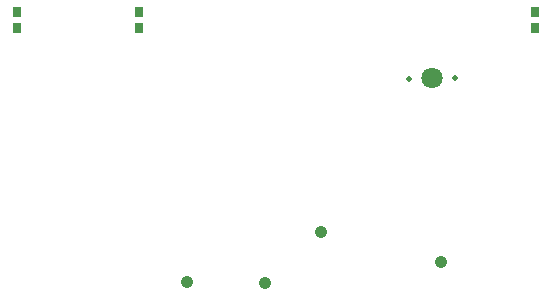
<source format=gbr>
G04 DipTrace 3.3.1.3*
G04 TopPaste.gbr*
%MOMM*%
G04 #@! TF.FileFunction,Paste,Top*
G04 #@! TF.Part,Single*
%ADD21R,0.7X0.9*%
%ADD93C,1.05*%
%ADD99C,0.5*%
%ADD101C,1.8*%
%FSLAX35Y35*%
G04*
G71*
G90*
G75*
G01*
G04 TopPaste*
%LPD*%
D21*
X1603257Y6857880D3*
Y6987880D3*
X5984757Y6857880D3*
Y6987880D3*
X2635133Y6857883D3*
Y6987883D3*
D101*
X5113810Y6428167D3*
D99*
X4918663Y6427733D3*
X5306917Y6428617D3*
D93*
X4175007Y5127507D3*
X3698757Y4698883D3*
X5191007Y4873507D3*
X3042083Y4703857D3*
M02*

</source>
